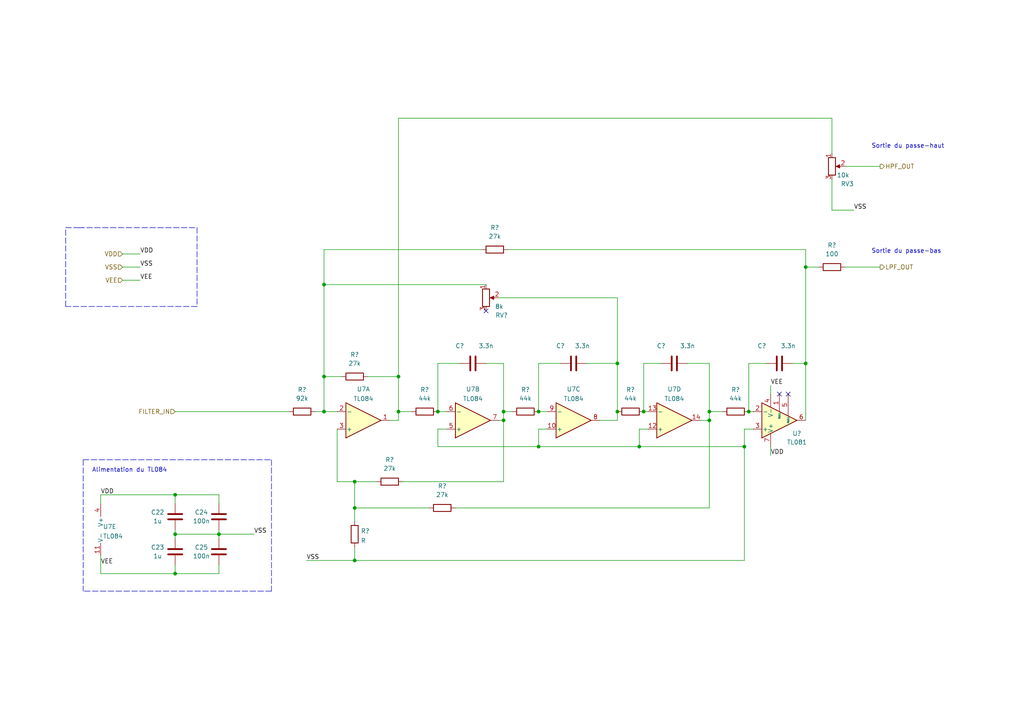
<source format=kicad_sch>
(kicad_sch (version 20211123) (generator eeschema)

  (uuid 9286cf02-1563-41d2-9931-c192c33bab31)

  (paper "A4")

  (title_block
    (title "Embedded Speaker")
    (date "2022-01-24")
    (rev "0.1")
    (company "Université Paul Sabatier")
  )

  (lib_symbols
    (symbol "Amplifier_Operational:TL081" (pin_names (offset 0.127)) (in_bom yes) (on_board yes)
      (property "Reference" "U" (id 0) (at 0 6.35 0)
        (effects (font (size 1.27 1.27)) (justify left))
      )
      (property "Value" "TL081" (id 1) (at 0 3.81 0)
        (effects (font (size 1.27 1.27)) (justify left))
      )
      (property "Footprint" "" (id 2) (at 1.27 1.27 0)
        (effects (font (size 1.27 1.27)) hide)
      )
      (property "Datasheet" "http://www.ti.com/lit/ds/symlink/tl081.pdf" (id 3) (at 3.81 3.81 0)
        (effects (font (size 1.27 1.27)) hide)
      )
      (property "ki_keywords" "single opamp" (id 4) (at 0 0 0)
        (effects (font (size 1.27 1.27)) hide)
      )
      (property "ki_description" "Single JFET-Input Operational Amplifiers, DIP-8/SOIC-8" (id 5) (at 0 0 0)
        (effects (font (size 1.27 1.27)) hide)
      )
      (property "ki_fp_filters" "SOIC*3.9x4.9mm*P1.27mm* DIP*W7.62mm* TSSOP*3x3mm*P0.65mm*" (id 6) (at 0 0 0)
        (effects (font (size 1.27 1.27)) hide)
      )
      (symbol "TL081_0_1"
        (polyline
          (pts
            (xy -5.08 5.08)
            (xy 5.08 0)
            (xy -5.08 -5.08)
            (xy -5.08 5.08)
          )
          (stroke (width 0.254) (type default) (color 0 0 0 0))
          (fill (type background))
        )
      )
      (symbol "TL081_1_1"
        (pin input line (at 0 -7.62 90) (length 5.08)
          (name "NULL" (effects (font (size 0.508 0.508))))
          (number "1" (effects (font (size 1.27 1.27))))
        )
        (pin input line (at -7.62 -2.54 0) (length 2.54)
          (name "-" (effects (font (size 1.27 1.27))))
          (number "2" (effects (font (size 1.27 1.27))))
        )
        (pin input line (at -7.62 2.54 0) (length 2.54)
          (name "+" (effects (font (size 1.27 1.27))))
          (number "3" (effects (font (size 1.27 1.27))))
        )
        (pin power_in line (at -2.54 -7.62 90) (length 3.81)
          (name "V-" (effects (font (size 1.27 1.27))))
          (number "4" (effects (font (size 1.27 1.27))))
        )
        (pin input line (at 2.54 -7.62 90) (length 6.35)
          (name "NULL" (effects (font (size 0.508 0.508))))
          (number "5" (effects (font (size 1.27 1.27))))
        )
        (pin output line (at 7.62 0 180) (length 2.54)
          (name "~" (effects (font (size 1.27 1.27))))
          (number "6" (effects (font (size 1.27 1.27))))
        )
        (pin power_in line (at -2.54 7.62 270) (length 3.81)
          (name "V+" (effects (font (size 1.27 1.27))))
          (number "7" (effects (font (size 1.27 1.27))))
        )
        (pin no_connect line (at 0 2.54 270) (length 2.54) hide
          (name "NC" (effects (font (size 1.27 1.27))))
          (number "8" (effects (font (size 1.27 1.27))))
        )
      )
    )
    (symbol "Amplifier_Operational:TL084" (pin_names (offset 0.127)) (in_bom yes) (on_board yes)
      (property "Reference" "U" (id 0) (at 0 5.08 0)
        (effects (font (size 1.27 1.27)) (justify left))
      )
      (property "Value" "TL084" (id 1) (at 0 -5.08 0)
        (effects (font (size 1.27 1.27)) (justify left))
      )
      (property "Footprint" "" (id 2) (at -1.27 2.54 0)
        (effects (font (size 1.27 1.27)) hide)
      )
      (property "Datasheet" "http://www.ti.com/lit/ds/symlink/tl081.pdf" (id 3) (at 1.27 5.08 0)
        (effects (font (size 1.27 1.27)) hide)
      )
      (property "ki_locked" "" (id 4) (at 0 0 0)
        (effects (font (size 1.27 1.27)))
      )
      (property "ki_keywords" "quad opamp" (id 5) (at 0 0 0)
        (effects (font (size 1.27 1.27)) hide)
      )
      (property "ki_description" "Quad JFET-Input Operational Amplifiers, DIP-14/SOIC-14/SSOP-14" (id 6) (at 0 0 0)
        (effects (font (size 1.27 1.27)) hide)
      )
      (property "ki_fp_filters" "SOIC*3.9x8.7mm*P1.27mm* DIP*W7.62mm* TSSOP*4.4x5mm*P0.65mm* SSOP*5.3x6.2mm*P0.65mm* MSOP*3x3mm*P0.5mm*" (id 7) (at 0 0 0)
        (effects (font (size 1.27 1.27)) hide)
      )
      (symbol "TL084_1_1"
        (polyline
          (pts
            (xy -5.08 5.08)
            (xy 5.08 0)
            (xy -5.08 -5.08)
            (xy -5.08 5.08)
          )
          (stroke (width 0.254) (type default) (color 0 0 0 0))
          (fill (type background))
        )
        (pin output line (at 7.62 0 180) (length 2.54)
          (name "~" (effects (font (size 1.27 1.27))))
          (number "1" (effects (font (size 1.27 1.27))))
        )
        (pin input line (at -7.62 -2.54 0) (length 2.54)
          (name "-" (effects (font (size 1.27 1.27))))
          (number "2" (effects (font (size 1.27 1.27))))
        )
        (pin input line (at -7.62 2.54 0) (length 2.54)
          (name "+" (effects (font (size 1.27 1.27))))
          (number "3" (effects (font (size 1.27 1.27))))
        )
      )
      (symbol "TL084_2_1"
        (polyline
          (pts
            (xy -5.08 5.08)
            (xy 5.08 0)
            (xy -5.08 -5.08)
            (xy -5.08 5.08)
          )
          (stroke (width 0.254) (type default) (color 0 0 0 0))
          (fill (type background))
        )
        (pin input line (at -7.62 2.54 0) (length 2.54)
          (name "+" (effects (font (size 1.27 1.27))))
          (number "5" (effects (font (size 1.27 1.27))))
        )
        (pin input line (at -7.62 -2.54 0) (length 2.54)
          (name "-" (effects (font (size 1.27 1.27))))
          (number "6" (effects (font (size 1.27 1.27))))
        )
        (pin output line (at 7.62 0 180) (length 2.54)
          (name "~" (effects (font (size 1.27 1.27))))
          (number "7" (effects (font (size 1.27 1.27))))
        )
      )
      (symbol "TL084_3_1"
        (polyline
          (pts
            (xy -5.08 5.08)
            (xy 5.08 0)
            (xy -5.08 -5.08)
            (xy -5.08 5.08)
          )
          (stroke (width 0.254) (type default) (color 0 0 0 0))
          (fill (type background))
        )
        (pin input line (at -7.62 2.54 0) (length 2.54)
          (name "+" (effects (font (size 1.27 1.27))))
          (number "10" (effects (font (size 1.27 1.27))))
        )
        (pin output line (at 7.62 0 180) (length 2.54)
          (name "~" (effects (font (size 1.27 1.27))))
          (number "8" (effects (font (size 1.27 1.27))))
        )
        (pin input line (at -7.62 -2.54 0) (length 2.54)
          (name "-" (effects (font (size 1.27 1.27))))
          (number "9" (effects (font (size 1.27 1.27))))
        )
      )
      (symbol "TL084_4_1"
        (polyline
          (pts
            (xy -5.08 5.08)
            (xy 5.08 0)
            (xy -5.08 -5.08)
            (xy -5.08 5.08)
          )
          (stroke (width 0.254) (type default) (color 0 0 0 0))
          (fill (type background))
        )
        (pin input line (at -7.62 2.54 0) (length 2.54)
          (name "+" (effects (font (size 1.27 1.27))))
          (number "12" (effects (font (size 1.27 1.27))))
        )
        (pin input line (at -7.62 -2.54 0) (length 2.54)
          (name "-" (effects (font (size 1.27 1.27))))
          (number "13" (effects (font (size 1.27 1.27))))
        )
        (pin output line (at 7.62 0 180) (length 2.54)
          (name "~" (effects (font (size 1.27 1.27))))
          (number "14" (effects (font (size 1.27 1.27))))
        )
      )
      (symbol "TL084_5_1"
        (pin power_in line (at -2.54 -7.62 90) (length 3.81)
          (name "V-" (effects (font (size 1.27 1.27))))
          (number "11" (effects (font (size 1.27 1.27))))
        )
        (pin power_in line (at -2.54 7.62 270) (length 3.81)
          (name "V+" (effects (font (size 1.27 1.27))))
          (number "4" (effects (font (size 1.27 1.27))))
        )
      )
    )
    (symbol "Device:C" (pin_numbers hide) (pin_names (offset 0.254)) (in_bom yes) (on_board yes)
      (property "Reference" "C" (id 0) (at 0.635 2.54 0)
        (effects (font (size 1.27 1.27)) (justify left))
      )
      (property "Value" "C" (id 1) (at 0.635 -2.54 0)
        (effects (font (size 1.27 1.27)) (justify left))
      )
      (property "Footprint" "" (id 2) (at 0.9652 -3.81 0)
        (effects (font (size 1.27 1.27)) hide)
      )
      (property "Datasheet" "~" (id 3) (at 0 0 0)
        (effects (font (size 1.27 1.27)) hide)
      )
      (property "ki_keywords" "cap capacitor" (id 4) (at 0 0 0)
        (effects (font (size 1.27 1.27)) hide)
      )
      (property "ki_description" "Unpolarized capacitor" (id 5) (at 0 0 0)
        (effects (font (size 1.27 1.27)) hide)
      )
      (property "ki_fp_filters" "C_*" (id 6) (at 0 0 0)
        (effects (font (size 1.27 1.27)) hide)
      )
      (symbol "C_0_1"
        (polyline
          (pts
            (xy -2.032 -0.762)
            (xy 2.032 -0.762)
          )
          (stroke (width 0.508) (type default) (color 0 0 0 0))
          (fill (type none))
        )
        (polyline
          (pts
            (xy -2.032 0.762)
            (xy 2.032 0.762)
          )
          (stroke (width 0.508) (type default) (color 0 0 0 0))
          (fill (type none))
        )
      )
      (symbol "C_1_1"
        (pin passive line (at 0 3.81 270) (length 2.794)
          (name "~" (effects (font (size 1.27 1.27))))
          (number "1" (effects (font (size 1.27 1.27))))
        )
        (pin passive line (at 0 -3.81 90) (length 2.794)
          (name "~" (effects (font (size 1.27 1.27))))
          (number "2" (effects (font (size 1.27 1.27))))
        )
      )
    )
    (symbol "Device:R" (pin_numbers hide) (pin_names (offset 0)) (in_bom yes) (on_board yes)
      (property "Reference" "R" (id 0) (at 2.032 0 90)
        (effects (font (size 1.27 1.27)))
      )
      (property "Value" "R" (id 1) (at 0 0 90)
        (effects (font (size 1.27 1.27)))
      )
      (property "Footprint" "" (id 2) (at -1.778 0 90)
        (effects (font (size 1.27 1.27)) hide)
      )
      (property "Datasheet" "~" (id 3) (at 0 0 0)
        (effects (font (size 1.27 1.27)) hide)
      )
      (property "ki_keywords" "R res resistor" (id 4) (at 0 0 0)
        (effects (font (size 1.27 1.27)) hide)
      )
      (property "ki_description" "Resistor" (id 5) (at 0 0 0)
        (effects (font (size 1.27 1.27)) hide)
      )
      (property "ki_fp_filters" "R_*" (id 6) (at 0 0 0)
        (effects (font (size 1.27 1.27)) hide)
      )
      (symbol "R_0_1"
        (rectangle (start -1.016 -2.54) (end 1.016 2.54)
          (stroke (width 0.254) (type default) (color 0 0 0 0))
          (fill (type none))
        )
      )
      (symbol "R_1_1"
        (pin passive line (at 0 3.81 270) (length 1.27)
          (name "~" (effects (font (size 1.27 1.27))))
          (number "1" (effects (font (size 1.27 1.27))))
        )
        (pin passive line (at 0 -3.81 90) (length 1.27)
          (name "~" (effects (font (size 1.27 1.27))))
          (number "2" (effects (font (size 1.27 1.27))))
        )
      )
    )
    (symbol "Device:R_Potentiometer" (pin_names (offset 1.016) hide) (in_bom yes) (on_board yes)
      (property "Reference" "RV" (id 0) (at -4.445 0 90)
        (effects (font (size 1.27 1.27)))
      )
      (property "Value" "R_Potentiometer" (id 1) (at -2.54 0 90)
        (effects (font (size 1.27 1.27)))
      )
      (property "Footprint" "" (id 2) (at 0 0 0)
        (effects (font (size 1.27 1.27)) hide)
      )
      (property "Datasheet" "~" (id 3) (at 0 0 0)
        (effects (font (size 1.27 1.27)) hide)
      )
      (property "ki_keywords" "resistor variable" (id 4) (at 0 0 0)
        (effects (font (size 1.27 1.27)) hide)
      )
      (property "ki_description" "Potentiometer" (id 5) (at 0 0 0)
        (effects (font (size 1.27 1.27)) hide)
      )
      (property "ki_fp_filters" "Potentiometer*" (id 6) (at 0 0 0)
        (effects (font (size 1.27 1.27)) hide)
      )
      (symbol "R_Potentiometer_0_1"
        (polyline
          (pts
            (xy 2.54 0)
            (xy 1.524 0)
          )
          (stroke (width 0) (type default) (color 0 0 0 0))
          (fill (type none))
        )
        (polyline
          (pts
            (xy 1.143 0)
            (xy 2.286 0.508)
            (xy 2.286 -0.508)
            (xy 1.143 0)
          )
          (stroke (width 0) (type default) (color 0 0 0 0))
          (fill (type outline))
        )
        (rectangle (start 1.016 2.54) (end -1.016 -2.54)
          (stroke (width 0.254) (type default) (color 0 0 0 0))
          (fill (type none))
        )
      )
      (symbol "R_Potentiometer_1_1"
        (pin passive line (at 0 3.81 270) (length 1.27)
          (name "1" (effects (font (size 1.27 1.27))))
          (number "1" (effects (font (size 1.27 1.27))))
        )
        (pin passive line (at 3.81 0 180) (length 1.27)
          (name "2" (effects (font (size 1.27 1.27))))
          (number "2" (effects (font (size 1.27 1.27))))
        )
        (pin passive line (at 0 -3.81 90) (length 1.27)
          (name "3" (effects (font (size 1.27 1.27))))
          (number "3" (effects (font (size 1.27 1.27))))
        )
      )
    )
  )

  (junction (at 217.17 119.38) (diameter 0) (color 0 0 0 0)
    (uuid 0203ba05-c505-4bfd-8ec1-3c6c9a11b8aa)
  )
  (junction (at 156.21 129.54) (diameter 0) (color 0 0 0 0)
    (uuid 03aa2bcc-1ae9-4c96-b029-3b6dbbb72a86)
  )
  (junction (at 102.87 139.7) (diameter 0) (color 0 0 0 0)
    (uuid 064b949f-5c0e-4654-af0f-62df5bdf0e1d)
  )
  (junction (at 93.98 82.55) (diameter 0) (color 0 0 0 0)
    (uuid 0be6136f-8097-4e11-bfa6-f1a370a5cb54)
  )
  (junction (at 50.8 154.94) (diameter 0) (color 0 0 0 0)
    (uuid 169dcf74-85d5-4e6c-a3bc-90f2945bb794)
  )
  (junction (at 50.8 143.51) (diameter 0) (color 0 0 0 0)
    (uuid 2ed8c1f3-b5f1-4127-9cd7-d0fd5cace11f)
  )
  (junction (at 93.98 109.22) (diameter 0) (color 0 0 0 0)
    (uuid 323acd1c-e6cd-4b12-921a-9792a4688b8a)
  )
  (junction (at 205.74 119.38) (diameter 0) (color 0 0 0 0)
    (uuid 55382ec3-2718-4359-897b-ddcc59fb0dfa)
  )
  (junction (at 185.42 129.54) (diameter 0) (color 0 0 0 0)
    (uuid 58f6182d-571e-4f19-b4c3-46c5f334d99c)
  )
  (junction (at 186.69 119.38) (diameter 0) (color 0 0 0 0)
    (uuid 61048aa9-65c3-4c5f-bb02-b440e26fe241)
  )
  (junction (at 179.07 105.41) (diameter 0) (color 0 0 0 0)
    (uuid 63e70932-9c66-448a-9f5e-082efda85081)
  )
  (junction (at 115.57 119.38) (diameter 0) (color 0 0 0 0)
    (uuid 641f328f-77ff-4273-9d58-1b3c27438c51)
  )
  (junction (at 205.74 121.92) (diameter 0) (color 0 0 0 0)
    (uuid 64bf93d6-8531-4839-a3c7-5d57bdbb1bc8)
  )
  (junction (at 156.21 119.38) (diameter 0) (color 0 0 0 0)
    (uuid 64fea2eb-811f-4bd4-8954-9713aa519d19)
  )
  (junction (at 93.98 119.38) (diameter 0) (color 0 0 0 0)
    (uuid 71aa2d25-bf64-412b-81bc-337beb41af3f)
  )
  (junction (at 63.5 154.94) (diameter 0) (color 0 0 0 0)
    (uuid 7c873235-6cce-46e9-9343-7b2a4c3734fe)
  )
  (junction (at 102.87 147.32) (diameter 0) (color 0 0 0 0)
    (uuid 7f41afcc-4b2f-4fa3-9b1f-967170ea7d2b)
  )
  (junction (at 146.05 121.92) (diameter 0) (color 0 0 0 0)
    (uuid abb86b96-9587-45a0-b3a5-416f333ddbc9)
  )
  (junction (at 146.05 119.38) (diameter 0) (color 0 0 0 0)
    (uuid af9d19f1-552f-4207-abaf-cc5838df8ddb)
  )
  (junction (at 233.68 105.41) (diameter 0) (color 0 0 0 0)
    (uuid b2f6a2f2-e9e0-4a75-8550-7b1f374e73f7)
  )
  (junction (at 127 119.38) (diameter 0) (color 0 0 0 0)
    (uuid cdffc01f-3e31-4842-bcf1-853b13633f70)
  )
  (junction (at 50.8 166.37) (diameter 0) (color 0 0 0 0)
    (uuid e01b8de2-525c-4921-82d3-9745fc11ffd4)
  )
  (junction (at 115.57 109.22) (diameter 0) (color 0 0 0 0)
    (uuid e24d5b1b-9967-4dea-88ef-bfd8d8e162df)
  )
  (junction (at 179.07 119.38) (diameter 0) (color 0 0 0 0)
    (uuid ed6d254b-55fd-4db4-aaa2-82843bd89656)
  )
  (junction (at 102.87 162.56) (diameter 0) (color 0 0 0 0)
    (uuid f09c56a6-c92d-493d-8efd-02a31573d05d)
  )
  (junction (at 215.9 129.54) (diameter 0) (color 0 0 0 0)
    (uuid f2e6d50c-c912-49cf-bb6d-a28925b41f57)
  )
  (junction (at 233.68 77.47) (diameter 0) (color 0 0 0 0)
    (uuid f7a8c478-f3b9-4509-ac6f-2318c4609c22)
  )

  (no_connect (at 140.97 90.17) (uuid 860f245f-211c-4e13-9bbc-ca4b223eb73e))
  (no_connect (at 226.06 114.3) (uuid 860f245f-211c-4e13-9bbc-ca4b223eb73f))
  (no_connect (at 228.6 114.3) (uuid 860f245f-211c-4e13-9bbc-ca4b223eb740))

  (wire (pts (xy 144.78 86.36) (xy 179.07 86.36))
    (stroke (width 0) (type default) (color 0 0 0 0))
    (uuid 04764f72-53e5-454c-9d88-97fdbc357c55)
  )
  (polyline (pts (xy 24.13 133.35) (xy 24.13 171.45))
    (stroke (width 0) (type default) (color 0 0 0 0))
    (uuid 097fe740-3fae-46f7-a3fc-94d0e79ef93c)
  )

  (wire (pts (xy 63.5 143.51) (xy 63.5 146.05))
    (stroke (width 0) (type default) (color 0 0 0 0))
    (uuid 0a1b65b0-9409-4a1f-a474-14412fa4d9ea)
  )
  (wire (pts (xy 93.98 109.22) (xy 93.98 119.38))
    (stroke (width 0) (type default) (color 0 0 0 0))
    (uuid 15089543-6ac6-49b0-b976-f4e70395fcf0)
  )
  (wire (pts (xy 63.5 154.94) (xy 73.66 154.94))
    (stroke (width 0) (type default) (color 0 0 0 0))
    (uuid 15b333df-badf-4c68-8ec6-79650a34feab)
  )
  (wire (pts (xy 50.8 119.38) (xy 83.82 119.38))
    (stroke (width 0) (type default) (color 0 0 0 0))
    (uuid 1e3acd57-7664-4464-b359-0217e8a99a65)
  )
  (wire (pts (xy 179.07 86.36) (xy 179.07 105.41))
    (stroke (width 0) (type default) (color 0 0 0 0))
    (uuid 200dbe50-9aac-4bfb-a3f5-9ca7a4f020df)
  )
  (wire (pts (xy 229.87 105.41) (xy 233.68 105.41))
    (stroke (width 0) (type default) (color 0 0 0 0))
    (uuid 20a4a7cc-2aac-471f-8712-1e2566fc4ab0)
  )
  (wire (pts (xy 127 105.41) (xy 127 119.38))
    (stroke (width 0) (type default) (color 0 0 0 0))
    (uuid 22294dc6-12c6-45f3-9660-377e0dca3249)
  )
  (polyline (pts (xy 57.15 66.04) (xy 57.15 88.9))
    (stroke (width 0) (type default) (color 0 0 0 0))
    (uuid 290553cd-cbe1-4328-b005-ea28ff001af3)
  )

  (wire (pts (xy 97.79 124.46) (xy 97.79 139.7))
    (stroke (width 0) (type default) (color 0 0 0 0))
    (uuid 2920902b-e3b2-4833-837d-87f2315a9865)
  )
  (polyline (pts (xy 19.05 88.9) (xy 19.05 66.04))
    (stroke (width 0) (type default) (color 0 0 0 0))
    (uuid 2a142531-bd13-4321-a287-1d7ffeb4b3c1)
  )

  (wire (pts (xy 146.05 105.41) (xy 146.05 119.38))
    (stroke (width 0) (type default) (color 0 0 0 0))
    (uuid 2cc70fac-c5be-46d8-9d8e-bac3e845c8d1)
  )
  (wire (pts (xy 156.21 129.54) (xy 185.42 129.54))
    (stroke (width 0) (type default) (color 0 0 0 0))
    (uuid 2e9dbd9e-bbcb-4629-98bb-593acf089c1f)
  )
  (wire (pts (xy 233.68 77.47) (xy 237.49 77.47))
    (stroke (width 0) (type default) (color 0 0 0 0))
    (uuid 32bb6d6f-6acf-4028-92dc-da48b27b2ac8)
  )
  (wire (pts (xy 186.69 105.41) (xy 186.69 119.38))
    (stroke (width 0) (type default) (color 0 0 0 0))
    (uuid 38bbdd36-fa2b-4e6a-884b-ec75011351bd)
  )
  (wire (pts (xy 133.35 105.41) (xy 127 105.41))
    (stroke (width 0) (type default) (color 0 0 0 0))
    (uuid 3981e74a-4b44-4aad-9adb-db171bcc7f4f)
  )
  (wire (pts (xy 205.74 119.38) (xy 205.74 121.92))
    (stroke (width 0) (type default) (color 0 0 0 0))
    (uuid 3d68cc38-80e5-46fb-8884-c7cf24c5d998)
  )
  (wire (pts (xy 115.57 119.38) (xy 115.57 121.92))
    (stroke (width 0) (type default) (color 0 0 0 0))
    (uuid 3e690014-6260-403c-ae43-9c6d628e2ace)
  )
  (wire (pts (xy 203.2 121.92) (xy 205.74 121.92))
    (stroke (width 0) (type default) (color 0 0 0 0))
    (uuid 3ebe6020-2ce8-4de8-94bb-e9dd9208b7e7)
  )
  (wire (pts (xy 102.87 147.32) (xy 124.46 147.32))
    (stroke (width 0) (type default) (color 0 0 0 0))
    (uuid 3f413b7f-4457-4847-a39e-7a2c0bfe77f2)
  )
  (wire (pts (xy 146.05 119.38) (xy 148.59 119.38))
    (stroke (width 0) (type default) (color 0 0 0 0))
    (uuid 40785a67-b741-47c1-853e-7bf3d186e631)
  )
  (wire (pts (xy 233.68 77.47) (xy 233.68 105.41))
    (stroke (width 0) (type default) (color 0 0 0 0))
    (uuid 41c43872-9e0a-42fb-9de8-8c1dc07f100a)
  )
  (wire (pts (xy 50.8 163.83) (xy 50.8 166.37))
    (stroke (width 0) (type default) (color 0 0 0 0))
    (uuid 467a881f-8d33-4e9a-86e4-41bfc6a3952a)
  )
  (wire (pts (xy 199.39 105.41) (xy 205.74 105.41))
    (stroke (width 0) (type default) (color 0 0 0 0))
    (uuid 46c83a31-0c55-4924-a1ad-6dc60c05beee)
  )
  (wire (pts (xy 102.87 151.13) (xy 102.87 147.32))
    (stroke (width 0) (type default) (color 0 0 0 0))
    (uuid 4941837f-e4b9-42aa-8219-65b76ada2d8d)
  )
  (wire (pts (xy 215.9 129.54) (xy 215.9 162.56))
    (stroke (width 0) (type default) (color 0 0 0 0))
    (uuid 4bd49142-6345-4495-9987-808fdbb7bb3e)
  )
  (polyline (pts (xy 19.05 66.04) (xy 24.13 66.04))
    (stroke (width 0) (type default) (color 0 0 0 0))
    (uuid 4c824501-485f-41f8-a148-42678881037a)
  )

  (wire (pts (xy 93.98 119.38) (xy 97.79 119.38))
    (stroke (width 0) (type default) (color 0 0 0 0))
    (uuid 4f199f58-cf83-439a-ade8-a832f4a5ab9e)
  )
  (wire (pts (xy 132.08 147.32) (xy 205.74 147.32))
    (stroke (width 0) (type default) (color 0 0 0 0))
    (uuid 4f6f5c88-f168-42b4-b67e-0176f81754e8)
  )
  (wire (pts (xy 50.8 154.94) (xy 50.8 156.21))
    (stroke (width 0) (type default) (color 0 0 0 0))
    (uuid 4fcca8a3-01cb-40b5-8a7b-4b10702f216e)
  )
  (wire (pts (xy 144.78 121.92) (xy 146.05 121.92))
    (stroke (width 0) (type default) (color 0 0 0 0))
    (uuid 54772924-963c-4c6b-bacd-05461493e981)
  )
  (wire (pts (xy 241.3 34.29) (xy 241.3 44.45))
    (stroke (width 0) (type default) (color 0 0 0 0))
    (uuid 5511fb90-0938-4a08-baf4-657e603b780f)
  )
  (wire (pts (xy 170.18 105.41) (xy 179.07 105.41))
    (stroke (width 0) (type default) (color 0 0 0 0))
    (uuid 55dcf39c-cefe-4e77-b74f-863fcbc863b7)
  )
  (wire (pts (xy 179.07 119.38) (xy 179.07 121.92))
    (stroke (width 0) (type default) (color 0 0 0 0))
    (uuid 5aa256bf-d096-476b-a842-238ce31c190a)
  )
  (wire (pts (xy 29.21 166.37) (xy 50.8 166.37))
    (stroke (width 0) (type default) (color 0 0 0 0))
    (uuid 5acdc7d8-6aff-4bf1-916c-dacf2a146287)
  )
  (wire (pts (xy 179.07 105.41) (xy 179.07 119.38))
    (stroke (width 0) (type default) (color 0 0 0 0))
    (uuid 5b22606f-4239-4f06-9e09-dc64fb0acd2c)
  )
  (wire (pts (xy 241.3 52.07) (xy 241.3 60.96))
    (stroke (width 0) (type default) (color 0 0 0 0))
    (uuid 6953cc6f-062c-43f9-81c1-45b389b573fd)
  )
  (wire (pts (xy 63.5 166.37) (xy 50.8 166.37))
    (stroke (width 0) (type default) (color 0 0 0 0))
    (uuid 6a263fd1-6e14-4411-88b4-d798db17f314)
  )
  (wire (pts (xy 215.9 124.46) (xy 215.9 129.54))
    (stroke (width 0) (type default) (color 0 0 0 0))
    (uuid 6d843901-2b93-4754-b4f4-c4240f60e3a9)
  )
  (wire (pts (xy 102.87 139.7) (xy 109.22 139.7))
    (stroke (width 0) (type default) (color 0 0 0 0))
    (uuid 6e9c376d-6b11-4004-92ad-1f18843f27c3)
  )
  (wire (pts (xy 50.8 153.67) (xy 50.8 154.94))
    (stroke (width 0) (type default) (color 0 0 0 0))
    (uuid 74f148cf-7c10-46e8-a584-cbcd4744159d)
  )
  (wire (pts (xy 35.56 73.66) (xy 40.64 73.66))
    (stroke (width 0) (type default) (color 0 0 0 0))
    (uuid 77f5d2a1-2e9e-4732-81e1-801ab13cabce)
  )
  (wire (pts (xy 156.21 105.41) (xy 156.21 119.38))
    (stroke (width 0) (type default) (color 0 0 0 0))
    (uuid 7beecf44-a057-49b7-ba62-a2a48933ea74)
  )
  (polyline (pts (xy 57.15 88.9) (xy 19.05 88.9))
    (stroke (width 0) (type default) (color 0 0 0 0))
    (uuid 7c373b85-75cb-4ec0-a179-2e9626889625)
  )

  (wire (pts (xy 115.57 119.38) (xy 119.38 119.38))
    (stroke (width 0) (type default) (color 0 0 0 0))
    (uuid 7cfeed7a-0331-41f5-b2bd-5bcf9c022a65)
  )
  (wire (pts (xy 185.42 124.46) (xy 185.42 129.54))
    (stroke (width 0) (type default) (color 0 0 0 0))
    (uuid 7e81c8aa-9431-4f42-9e9f-599b4c2c408b)
  )
  (wire (pts (xy 113.03 121.92) (xy 115.57 121.92))
    (stroke (width 0) (type default) (color 0 0 0 0))
    (uuid 7fc9a529-3f88-49e9-b0e6-e4d2ef7ceeca)
  )
  (wire (pts (xy 146.05 139.7) (xy 146.05 121.92))
    (stroke (width 0) (type default) (color 0 0 0 0))
    (uuid 83263c27-1872-479e-9b04-1c764cbd3c4e)
  )
  (wire (pts (xy 139.7 72.39) (xy 93.98 72.39))
    (stroke (width 0) (type default) (color 0 0 0 0))
    (uuid 842b7cfb-bf91-4cda-8f98-ef047e316e1d)
  )
  (wire (pts (xy 217.17 119.38) (xy 218.44 119.38))
    (stroke (width 0) (type default) (color 0 0 0 0))
    (uuid 85241ac1-9d85-4025-b25d-d4cd38a8bc99)
  )
  (wire (pts (xy 222.25 105.41) (xy 217.17 105.41))
    (stroke (width 0) (type default) (color 0 0 0 0))
    (uuid 873c74bd-31ba-4f7d-bd27-ec864084dc41)
  )
  (wire (pts (xy 97.79 139.7) (xy 102.87 139.7))
    (stroke (width 0) (type default) (color 0 0 0 0))
    (uuid 87531433-74c8-42b0-b31a-543780b12902)
  )
  (wire (pts (xy 29.21 161.29) (xy 29.21 166.37))
    (stroke (width 0) (type default) (color 0 0 0 0))
    (uuid 8c4477df-be06-4575-b1c2-ab780ed35c77)
  )
  (wire (pts (xy 217.17 105.41) (xy 217.17 119.38))
    (stroke (width 0) (type default) (color 0 0 0 0))
    (uuid 8d5d7aeb-28a8-4c3b-94b1-e1bcae311da7)
  )
  (wire (pts (xy 63.5 163.83) (xy 63.5 166.37))
    (stroke (width 0) (type default) (color 0 0 0 0))
    (uuid 8e845e87-1d61-49a1-b8b7-0daf419a168c)
  )
  (wire (pts (xy 63.5 153.67) (xy 63.5 154.94))
    (stroke (width 0) (type default) (color 0 0 0 0))
    (uuid 8e973d2c-fc65-4005-9182-d0db88dd584b)
  )
  (wire (pts (xy 140.97 105.41) (xy 146.05 105.41))
    (stroke (width 0) (type default) (color 0 0 0 0))
    (uuid 9145ab47-90ea-43cb-a870-abde3456dbff)
  )
  (wire (pts (xy 50.8 143.51) (xy 63.5 143.51))
    (stroke (width 0) (type default) (color 0 0 0 0))
    (uuid 92a2bba9-8fbe-4bf3-ba83-03c2435505bd)
  )
  (wire (pts (xy 115.57 109.22) (xy 115.57 119.38))
    (stroke (width 0) (type default) (color 0 0 0 0))
    (uuid 984eacb6-8323-4ded-b67b-fb5e78dc9b4f)
  )
  (wire (pts (xy 147.32 72.39) (xy 233.68 72.39))
    (stroke (width 0) (type default) (color 0 0 0 0))
    (uuid 9c96be25-03e2-4642-be73-56968c5d4986)
  )
  (wire (pts (xy 233.68 105.41) (xy 233.68 121.92))
    (stroke (width 0) (type default) (color 0 0 0 0))
    (uuid 9d6c26a5-97a0-4fe2-82e5-baea4d410cbe)
  )
  (wire (pts (xy 185.42 129.54) (xy 215.9 129.54))
    (stroke (width 0) (type default) (color 0 0 0 0))
    (uuid 9f546bd9-e85b-4acc-83d6-d78228664e3c)
  )
  (wire (pts (xy 29.21 143.51) (xy 29.21 146.05))
    (stroke (width 0) (type default) (color 0 0 0 0))
    (uuid 9fac8000-58fd-45b5-b5ba-faffaef20c6a)
  )
  (wire (pts (xy 127 124.46) (xy 127 129.54))
    (stroke (width 0) (type default) (color 0 0 0 0))
    (uuid a026f0a0-5e8b-4635-a7bd-40140c0196fa)
  )
  (wire (pts (xy 93.98 72.39) (xy 93.98 82.55))
    (stroke (width 0) (type default) (color 0 0 0 0))
    (uuid a0874214-bed0-42f0-b884-f690dcf6b09d)
  )
  (wire (pts (xy 186.69 119.38) (xy 187.96 119.38))
    (stroke (width 0) (type default) (color 0 0 0 0))
    (uuid a75140eb-6b11-4197-81a1-c26f384e2085)
  )
  (wire (pts (xy 127 129.54) (xy 156.21 129.54))
    (stroke (width 0) (type default) (color 0 0 0 0))
    (uuid a7e81ff3-23fa-405c-958d-0ef5a25cc67a)
  )
  (wire (pts (xy 88.9 162.56) (xy 102.87 162.56))
    (stroke (width 0) (type default) (color 0 0 0 0))
    (uuid ab015a53-60c8-4483-96aa-ca7216711726)
  )
  (polyline (pts (xy 78.74 171.45) (xy 24.13 171.45))
    (stroke (width 0) (type default) (color 0 0 0 0))
    (uuid ab583925-d0cc-466b-821b-adff0fdd6f1a)
  )

  (wire (pts (xy 50.8 154.94) (xy 63.5 154.94))
    (stroke (width 0) (type default) (color 0 0 0 0))
    (uuid ab70d8df-e90a-41ac-b578-f8a8b5a2eee2)
  )
  (wire (pts (xy 63.5 154.94) (xy 63.5 156.21))
    (stroke (width 0) (type default) (color 0 0 0 0))
    (uuid ab949492-dd52-4851-9f8b-af49d8fb82b2)
  )
  (wire (pts (xy 106.68 109.22) (xy 115.57 109.22))
    (stroke (width 0) (type default) (color 0 0 0 0))
    (uuid b189f980-2467-4de3-b9eb-07f9e8037e23)
  )
  (wire (pts (xy 173.99 121.92) (xy 179.07 121.92))
    (stroke (width 0) (type default) (color 0 0 0 0))
    (uuid b2247467-fca5-45ec-80a6-694e267e5ecf)
  )
  (wire (pts (xy 233.68 72.39) (xy 233.68 77.47))
    (stroke (width 0) (type default) (color 0 0 0 0))
    (uuid b42a4026-06cc-49ce-88c3-d92da174dde0)
  )
  (wire (pts (xy 205.74 105.41) (xy 205.74 119.38))
    (stroke (width 0) (type default) (color 0 0 0 0))
    (uuid ba6ddcc1-2647-425e-ab4b-d4ffcf66f14b)
  )
  (wire (pts (xy 187.96 124.46) (xy 185.42 124.46))
    (stroke (width 0) (type default) (color 0 0 0 0))
    (uuid bb22a942-6876-453b-b1d0-d6ba15aa92ae)
  )
  (wire (pts (xy 102.87 147.32) (xy 102.87 139.7))
    (stroke (width 0) (type default) (color 0 0 0 0))
    (uuid bce9a23c-92f3-469b-938e-48f89655ab24)
  )
  (wire (pts (xy 205.74 147.32) (xy 205.74 121.92))
    (stroke (width 0) (type default) (color 0 0 0 0))
    (uuid bd95a309-870c-4809-9b24-f017aa747b39)
  )
  (wire (pts (xy 115.57 34.29) (xy 241.3 34.29))
    (stroke (width 0) (type default) (color 0 0 0 0))
    (uuid bec54006-b91a-409c-a6c4-7c266ba0a0b6)
  )
  (polyline (pts (xy 22.86 66.04) (xy 57.15 66.04))
    (stroke (width 0) (type default) (color 0 0 0 0))
    (uuid c191290f-bc84-4050-bce7-751cebfaa34b)
  )

  (wire (pts (xy 115.57 34.29) (xy 115.57 109.22))
    (stroke (width 0) (type default) (color 0 0 0 0))
    (uuid c45f371f-723d-45f4-8770-64fadebc1571)
  )
  (wire (pts (xy 158.75 124.46) (xy 156.21 124.46))
    (stroke (width 0) (type default) (color 0 0 0 0))
    (uuid c9fbe722-6c7a-45c2-a431-1abddccee7bb)
  )
  (wire (pts (xy 223.52 129.54) (xy 223.52 132.08))
    (stroke (width 0) (type default) (color 0 0 0 0))
    (uuid ce6447c1-5f52-4438-b423-0198429775a0)
  )
  (wire (pts (xy 127 119.38) (xy 129.54 119.38))
    (stroke (width 0) (type default) (color 0 0 0 0))
    (uuid cf0b71aa-7bc1-45c4-89b8-7c7b0ad4fa56)
  )
  (wire (pts (xy 218.44 124.46) (xy 215.9 124.46))
    (stroke (width 0) (type default) (color 0 0 0 0))
    (uuid cf6cc439-1349-4373-937e-e16b36ca8f7d)
  )
  (wire (pts (xy 102.87 158.75) (xy 102.87 162.56))
    (stroke (width 0) (type default) (color 0 0 0 0))
    (uuid d3729b86-a825-4b08-9d00-105a6db624b2)
  )
  (polyline (pts (xy 24.13 133.35) (xy 78.74 133.35))
    (stroke (width 0) (type default) (color 0 0 0 0))
    (uuid d5265148-393b-4dcf-8f5c-ffe5d65aac7b)
  )

  (wire (pts (xy 93.98 82.55) (xy 93.98 109.22))
    (stroke (width 0) (type default) (color 0 0 0 0))
    (uuid d5e9feea-539f-4871-8643-91e10de55158)
  )
  (wire (pts (xy 223.52 111.76) (xy 223.52 114.3))
    (stroke (width 0) (type default) (color 0 0 0 0))
    (uuid d780fa37-8058-4389-a8ae-44f7a7ecdc36)
  )
  (wire (pts (xy 156.21 124.46) (xy 156.21 129.54))
    (stroke (width 0) (type default) (color 0 0 0 0))
    (uuid da825d8c-5781-4f0a-8921-176aebc3f4a6)
  )
  (wire (pts (xy 102.87 162.56) (xy 215.9 162.56))
    (stroke (width 0) (type default) (color 0 0 0 0))
    (uuid dc60e94c-aadb-47cc-a8fe-dc8ff23681f7)
  )
  (wire (pts (xy 35.56 81.28) (xy 40.64 81.28))
    (stroke (width 0) (type default) (color 0 0 0 0))
    (uuid e58a7eb3-037c-4a74-aecd-96a5df6a265b)
  )
  (wire (pts (xy 91.44 119.38) (xy 93.98 119.38))
    (stroke (width 0) (type default) (color 0 0 0 0))
    (uuid e7584d11-6345-4a6a-8ad6-b52c01a92439)
  )
  (wire (pts (xy 205.74 119.38) (xy 209.55 119.38))
    (stroke (width 0) (type default) (color 0 0 0 0))
    (uuid e8175bd1-d851-48c1-8b9c-a6688da2af88)
  )
  (wire (pts (xy 241.3 60.96) (xy 247.65 60.96))
    (stroke (width 0) (type default) (color 0 0 0 0))
    (uuid ea56922c-89f9-4536-adfe-7c614a88691d)
  )
  (wire (pts (xy 116.84 139.7) (xy 146.05 139.7))
    (stroke (width 0) (type default) (color 0 0 0 0))
    (uuid eb915c6a-9d81-456d-8076-e498e7a191a2)
  )
  (wire (pts (xy 162.56 105.41) (xy 156.21 105.41))
    (stroke (width 0) (type default) (color 0 0 0 0))
    (uuid ecf8ff76-6c01-433f-af39-9722e6a54502)
  )
  (wire (pts (xy 50.8 143.51) (xy 50.8 146.05))
    (stroke (width 0) (type default) (color 0 0 0 0))
    (uuid efd41940-26ca-451b-878d-61ce162b70bf)
  )
  (wire (pts (xy 146.05 119.38) (xy 146.05 121.92))
    (stroke (width 0) (type default) (color 0 0 0 0))
    (uuid f01b97a8-8fe6-4955-8370-e33ce8347ba1)
  )
  (polyline (pts (xy 78.74 133.35) (xy 78.74 171.45))
    (stroke (width 0) (type default) (color 0 0 0 0))
    (uuid f184667d-4518-4ad8-a9b2-1ad2889e09ff)
  )

  (wire (pts (xy 156.21 119.38) (xy 158.75 119.38))
    (stroke (width 0) (type default) (color 0 0 0 0))
    (uuid f298ee36-b32a-4f3a-82ae-0cb70a87a04f)
  )
  (wire (pts (xy 191.77 105.41) (xy 186.69 105.41))
    (stroke (width 0) (type default) (color 0 0 0 0))
    (uuid f3796d70-f191-4c36-b236-c2aa9cf6795f)
  )
  (wire (pts (xy 35.56 77.47) (xy 40.64 77.47))
    (stroke (width 0) (type default) (color 0 0 0 0))
    (uuid f50220af-d411-4113-93b1-efdc4cb6abe0)
  )
  (wire (pts (xy 245.11 48.26) (xy 255.27 48.26))
    (stroke (width 0) (type default) (color 0 0 0 0))
    (uuid f689254a-829f-4aef-980a-61af2492af0d)
  )
  (wire (pts (xy 93.98 109.22) (xy 99.06 109.22))
    (stroke (width 0) (type default) (color 0 0 0 0))
    (uuid f9231485-1071-40d1-b081-d8e8d4f9d077)
  )
  (wire (pts (xy 93.98 82.55) (xy 140.97 82.55))
    (stroke (width 0) (type default) (color 0 0 0 0))
    (uuid f9f0ac59-af77-4957-bbc0-5129a16af7c6)
  )
  (wire (pts (xy 29.21 143.51) (xy 50.8 143.51))
    (stroke (width 0) (type default) (color 0 0 0 0))
    (uuid fb5e7325-9742-4c45-9236-8be204514af2)
  )
  (wire (pts (xy 245.11 77.47) (xy 255.27 77.47))
    (stroke (width 0) (type default) (color 0 0 0 0))
    (uuid fd16f55b-56dd-44cc-a445-7ffcfc03610b)
  )
  (wire (pts (xy 129.54 124.46) (xy 127 124.46))
    (stroke (width 0) (type default) (color 0 0 0 0))
    (uuid fd5b5c84-fe1b-44de-a943-d8035d6d9b4f)
  )

  (text "Sortie du passe-haut" (at 252.73 43.18 0)
    (effects (font (size 1.27 1.27)) (justify left bottom))
    (uuid 73843872-5cdb-4bdf-82f9-7b94ee417ffd)
  )
  (text "Alimentation du TL084" (at 26.67 137.16 0)
    (effects (font (size 1.27 1.27)) (justify left bottom))
    (uuid 81fa1962-5a9a-4fde-ace2-6baf3eab52c6)
  )
  (text "Sortie du passe-bas" (at 252.73 73.66 0)
    (effects (font (size 1.27 1.27)) (justify left bottom))
    (uuid bce0ebc9-0902-4f36-9489-5871dc68a712)
  )

  (label "VSS" (at 88.9 162.56 0)
    (effects (font (size 1.27 1.27)) (justify left bottom))
    (uuid 03ee0734-a550-4841-8f81-1a52f708f819)
  )
  (label "VSS" (at 40.64 77.47 0)
    (effects (font (size 1.27 1.27)) (justify left bottom))
    (uuid 132b436e-2fb5-4df8-88c2-5b814fac6f3a)
  )
  (label "VDD" (at 223.52 132.08 0)
    (effects (font (size 1.27 1.27)) (justify left bottom))
    (uuid 44c9b51a-01bb-4ccf-a059-a9bb0d89558a)
  )
  (label "VSS" (at 247.65 60.96 0)
    (effects (font (size 1.27 1.27)) (justify left bottom))
    (uuid 692d2466-bc2e-412f-8614-671cf9d141a1)
  )
  (label "VEE" (at 40.64 81.28 0)
    (effects (font (size 1.27 1.27)) (justify left bottom))
    (uuid 7e4b96cb-088d-4ea8-a9ce-5c193974bcdf)
  )
  (label "VDD" (at 40.64 73.66 0)
    (effects (font (size 1.27 1.27)) (justify left bottom))
    (uuid 85d9164f-39c8-435b-a527-72278c1514fb)
  )
  (label "VDD" (at 29.21 143.51 0)
    (effects (font (size 1.27 1.27)) (justify left bottom))
    (uuid 9b39bc23-8689-44f8-84b5-aef8378d7fdb)
  )
  (label "VSS" (at 73.66 154.94 0)
    (effects (font (size 1.27 1.27)) (justify left bottom))
    (uuid 9f5b50f1-ec7e-46f5-8a37-845065dfd15a)
  )
  (label "VEE" (at 223.52 111.76 0)
    (effects (font (size 1.27 1.27)) (justify left bottom))
    (uuid d00a38bc-23e8-4fbd-b80b-bbfdb4782fff)
  )
  (label "VEE" (at 29.21 163.83 0)
    (effects (font (size 1.27 1.27)) (justify left bottom))
    (uuid dbfb3142-94c6-4ac0-8837-6263f7f9d797)
  )

  (hierarchical_label "LPF_OUT" (shape output) (at 255.27 77.47 0)
    (effects (font (size 1.27 1.27)) (justify left))
    (uuid 2f0028e1-7a14-4483-a517-a882aba06537)
  )
  (hierarchical_label "FILTER_IN" (shape input) (at 50.8 119.38 180)
    (effects (font (size 1.27 1.27)) (justify right))
    (uuid 62507e6e-d57c-4047-97f8-0fa5551ce238)
  )
  (hierarchical_label "VDD" (shape input) (at 35.56 73.66 180)
    (effects (font (size 1.27 1.27)) (justify right))
    (uuid 73161a6b-3ff5-4e4a-abba-4a6a7298a21e)
  )
  (hierarchical_label "VEE" (shape input) (at 35.56 81.28 180)
    (effects (font (size 1.27 1.27)) (justify right))
    (uuid d7764635-58fb-46ec-b859-3262d065eb36)
  )
  (hierarchical_label "VSS" (shape input) (at 35.56 77.47 180)
    (effects (font (size 1.27 1.27)) (justify right))
    (uuid e366dd04-d25f-484b-b47f-69e90ba3182b)
  )
  (hierarchical_label "HPF_OUT" (shape output) (at 255.27 48.26 0)
    (effects (font (size 1.27 1.27)) (justify left))
    (uuid f41957b5-f549-4da3-891d-f1e70abe72bb)
  )

  (symbol (lib_id "Device:R") (at 182.88 119.38 90) (unit 1)
    (in_bom yes) (on_board yes) (fields_autoplaced)
    (uuid 008a590c-a485-4884-9974-ba5a4616cbf5)
    (property "Reference" "R25" (id 0) (at 182.88 113.03 90))
    (property "Value" "44k" (id 1) (at 182.88 115.57 90))
    (property "Footprint" "Resistor_SMD:R_0603_1608Metric_Pad0.98x0.95mm_HandSolder" (id 2) (at 182.88 121.158 90)
      (effects (font (size 1.27 1.27)) hide)
    )
    (property "Datasheet" "~" (id 3) (at 182.88 119.38 0)
      (effects (font (size 1.27 1.27)) hide)
    )
    (pin "1" (uuid b3070676-e9d8-4dcd-9bf0-d10afce044ce))
    (pin "2" (uuid d3de8391-d804-49e7-ab17-2c2e0feb809e))
  )

  (symbol (lib_id "Amplifier_Operational:TL084") (at 31.75 153.67 0) (unit 5)
    (in_bom yes) (on_board yes) (fields_autoplaced)
    (uuid 06f5cbe0-dbf1-4f4e-bbad-08f31da5ddbb)
    (property "Reference" "U7" (id 0) (at 29.845 152.7615 0)
      (effects (font (size 1.27 1.27)) (justify left))
    )
    (property "Value" "TL084" (id 1) (at 29.845 155.5366 0)
      (effects (font (size 1.27 1.27)) (justify left))
    )
    (property "Footprint" "Package_SO:SOIC-14_3.9x8.7mm_P1.27mm" (id 2) (at 30.48 151.13 0)
      (effects (font (size 1.27 1.27)) hide)
    )
    (property "Datasheet" "http://www.ti.com/lit/ds/symlink/tl081.pdf" (id 3) (at 33.02 148.59 0)
      (effects (font (size 1.27 1.27)) hide)
    )
    (pin "11" (uuid 0060630d-1a20-426c-9e8e-914e7e8708b1))
    (pin "4" (uuid fc0fff6a-7930-48d0-ab6b-316262bc954a))
  )

  (symbol (lib_id "Device:C") (at 50.8 160.02 180) (unit 1)
    (in_bom yes) (on_board yes)
    (uuid 1135be1a-b423-40a8-a224-74c708280e7b)
    (property "Reference" "C23" (id 0) (at 45.72 158.75 0))
    (property "Value" "1u" (id 1) (at 45.72 161.29 0))
    (property "Footprint" "Capacitor_SMD:C_0603_1608Metric_Pad1.08x0.95mm_HandSolder" (id 2) (at 49.8348 156.21 0)
      (effects (font (size 1.27 1.27)) hide)
    )
    (property "Datasheet" "~" (id 3) (at 50.8 160.02 0)
      (effects (font (size 1.27 1.27)) hide)
    )
    (pin "1" (uuid e4d616ad-88bb-4b95-9501-988b34688c32))
    (pin "2" (uuid bc3e2b46-1d92-4d89-98ee-a86f48022b6c))
  )

  (symbol (lib_id "Amplifier_Operational:TL084") (at 105.41 121.92 0) (mirror x) (unit 1)
    (in_bom yes) (on_board yes) (fields_autoplaced)
    (uuid 12417bb3-56e1-452b-b243-11e466304b31)
    (property "Reference" "U7" (id 0) (at 105.41 112.8735 0))
    (property "Value" "TL084" (id 1) (at 105.41 115.6486 0))
    (property "Footprint" "Package_SO:SOIC-14_3.9x8.7mm_P1.27mm" (id 2) (at 104.14 124.46 0)
      (effects (font (size 1.27 1.27)) hide)
    )
    (property "Datasheet" "http://www.ti.com/lit/ds/symlink/tl081.pdf" (id 3) (at 106.68 127 0)
      (effects (font (size 1.27 1.27)) hide)
    )
    (pin "1" (uuid c894df66-1fe0-412c-98d9-29965ea89b30))
    (pin "2" (uuid ccdfe3c8-7366-49d2-98e3-7aff624ff6b5))
    (pin "3" (uuid a5526636-fd62-4ac7-9917-24cf6dd27e9c))
  )

  (symbol (lib_id "Device:C") (at 166.37 105.41 90) (unit 1)
    (in_bom yes) (on_board yes)
    (uuid 1f0f8398-434b-44d3-8c18-a44097cb884c)
    (property "Reference" "C27" (id 0) (at 162.56 100.33 90))
    (property "Value" "3.3n" (id 1) (at 168.91 100.33 90))
    (property "Footprint" "Capacitor_SMD:C_0402_1005Metric_Pad0.74x0.62mm_HandSolder" (id 2) (at 170.18 104.4448 0)
      (effects (font (size 1.27 1.27)) hide)
    )
    (property "Datasheet" "~" (id 3) (at 166.37 105.41 0)
      (effects (font (size 1.27 1.27)) hide)
    )
    (pin "1" (uuid 428a73eb-fe87-4f6a-b135-6e6e79ef8711))
    (pin "2" (uuid 6f08b125-e032-4e71-9dab-f59b41d73508))
  )

  (symbol (lib_id "Amplifier_Operational:TL084") (at 137.16 121.92 0) (mirror x) (unit 2)
    (in_bom yes) (on_board yes) (fields_autoplaced)
    (uuid 3361b881-2941-4523-886c-ef5e876d131a)
    (property "Reference" "U7" (id 0) (at 137.16 112.8735 0))
    (property "Value" "TL084" (id 1) (at 137.16 115.6486 0))
    (property "Footprint" "Package_SO:SOIC-14_3.9x8.7mm_P1.27mm" (id 2) (at 135.89 124.46 0)
      (effects (font (size 1.27 1.27)) hide)
    )
    (property "Datasheet" "http://www.ti.com/lit/ds/symlink/tl081.pdf" (id 3) (at 138.43 127 0)
      (effects (font (size 1.27 1.27)) hide)
    )
    (pin "5" (uuid a0a04465-1993-42d5-9d1a-3ff8b3faba85))
    (pin "6" (uuid 6d6b0243-8dfb-4830-ab08-f72fb7c947f8))
    (pin "7" (uuid 0aaba41e-b0fe-441d-9c59-b8a0dcedc1dc))
  )

  (symbol (lib_id "Amplifier_Operational:TL081") (at 226.06 121.92 0) (mirror x) (unit 1)
    (in_bom yes) (on_board yes)
    (uuid 383e50d8-7c22-4f86-8c65-47c1aeb1e642)
    (property "Reference" "U8" (id 0) (at 231.14 125.73 0))
    (property "Value" "TL081" (id 1) (at 231.14 128.27 0))
    (property "Footprint" "Package_SO:SOIC-8_3.9x4.9mm_P1.27mm" (id 2) (at 227.33 123.19 0)
      (effects (font (size 1.27 1.27)) hide)
    )
    (property "Datasheet" "http://www.ti.com/lit/ds/symlink/tl081.pdf" (id 3) (at 229.87 125.73 0)
      (effects (font (size 1.27 1.27)) hide)
    )
    (pin "1" (uuid cc118b2d-f9a2-41b6-b727-dd2b180704b2))
    (pin "2" (uuid 3c93ed34-4e3f-48a8-bb33-950e1a5d3ba1))
    (pin "3" (uuid f279562b-9f79-4e04-ada6-604aaee90e28))
    (pin "4" (uuid ec39064e-c49e-4678-b3a8-c084333799b1))
    (pin "5" (uuid e1268401-41ef-43bf-837d-e08b0164d82c))
    (pin "6" (uuid d8e30893-bce8-471c-86e3-a259297311f3))
    (pin "7" (uuid dcb95036-5622-4fa0-bac9-6f3e4bf8381d))
    (pin "8" (uuid 4f475a92-f9e4-404c-8420-75ad1bb14c9d))
  )

  (symbol (lib_id "Device:C") (at 137.16 105.41 90) (unit 1)
    (in_bom yes) (on_board yes)
    (uuid 38967b46-c9ff-4258-92b9-fdd19691af0f)
    (property "Reference" "C26" (id 0) (at 133.35 100.33 90))
    (property "Value" "3.3n" (id 1) (at 140.97 100.33 90))
    (property "Footprint" "Capacitor_SMD:C_0402_1005Metric_Pad0.74x0.62mm_HandSolder" (id 2) (at 140.97 104.4448 0)
      (effects (font (size 1.27 1.27)) hide)
    )
    (property "Datasheet" "~" (id 3) (at 137.16 105.41 0)
      (effects (font (size 1.27 1.27)) hide)
    )
    (pin "1" (uuid 22f40b5d-d215-44a6-9ca6-8d4b9439f9d1))
    (pin "2" (uuid 3f21b3b5-8830-41f7-9580-15b8d55d47de))
  )

  (symbol (lib_id "Device:R_Potentiometer") (at 241.3 48.26 0) (unit 1)
    (in_bom yes) (on_board yes)
    (uuid 3ea4c58b-3707-40e7-a941-a7bc56890e1d)
    (property "Reference" "RV3" (id 0) (at 247.65 53.34 0)
      (effects (font (size 1.27 1.27)) (justify right))
    )
    (property "Value" "10k" (id 1) (at 246.38 50.8 0)
      (effects (font (size 1.27 1.27)) (justify right))
    )
    (property "Footprint" "Potentiometer_THT:Potentiometer_Bourns_3266W_Vertical" (id 2) (at 241.3 48.26 0)
      (effects (font (size 1.27 1.27)) hide)
    )
    (property "Datasheet" "~" (id 3) (at 241.3 48.26 0)
      (effects (font (size 1.27 1.27)) hide)
    )
    (pin "1" (uuid 5046c770-587d-454a-a8c4-4f0ca2da91a0))
    (pin "2" (uuid 346cd661-5442-4a65-9321-b06f19c319d6))
    (pin "3" (uuid d10b2e10-4417-4e44-94b1-b14149f75c61))
  )

  (symbol (lib_id "Device:R") (at 143.51 72.39 90) (unit 1)
    (in_bom yes) (on_board yes) (fields_autoplaced)
    (uuid 46850366-3c0c-41ac-9355-690f575770e4)
    (property "Reference" "R23" (id 0) (at 143.51 66.04 90))
    (property "Value" "27k" (id 1) (at 143.51 68.58 90))
    (property "Footprint" "Resistor_SMD:R_0603_1608Metric_Pad0.98x0.95mm_HandSolder" (id 2) (at 143.51 74.168 90)
      (effects (font (size 1.27 1.27)) hide)
    )
    (property "Datasheet" "~" (id 3) (at 143.51 72.39 0)
      (effects (font (size 1.27 1.27)) hide)
    )
    (pin "1" (uuid 81c50454-67c9-4d0e-8429-a052fd864a29))
    (pin "2" (uuid 444b95f8-8c63-4ce6-8df1-23a4982ccc40))
  )

  (symbol (lib_id "Device:R") (at 123.19 119.38 90) (unit 1)
    (in_bom yes) (on_board yes) (fields_autoplaced)
    (uuid 51bd3b6b-8895-45a1-a3a4-a8511a516ab1)
    (property "Reference" "R21" (id 0) (at 123.19 113.03 90))
    (property "Value" "44k" (id 1) (at 123.19 115.57 90))
    (property "Footprint" "Resistor_SMD:R_0603_1608Metric_Pad0.98x0.95mm_HandSolder" (id 2) (at 123.19 121.158 90)
      (effects (font (size 1.27 1.27)) hide)
    )
    (property "Datasheet" "~" (id 3) (at 123.19 119.38 0)
      (effects (font (size 1.27 1.27)) hide)
    )
    (pin "1" (uuid cf8699e5-5180-445d-b7ab-c8251cfd1d2e))
    (pin "2" (uuid 3f251191-12de-485e-84cb-057237647c7b))
  )

  (symbol (lib_id "Device:C") (at 50.8 149.86 180) (unit 1)
    (in_bom yes) (on_board yes)
    (uuid 5f6d4c94-127c-4f12-ad9e-e468cf7ea863)
    (property "Reference" "C22" (id 0) (at 45.72 148.59 0))
    (property "Value" "1u" (id 1) (at 45.72 151.13 0))
    (property "Footprint" "Capacitor_SMD:C_0603_1608Metric_Pad1.08x0.95mm_HandSolder" (id 2) (at 49.8348 146.05 0)
      (effects (font (size 1.27 1.27)) hide)
    )
    (property "Datasheet" "~" (id 3) (at 50.8 149.86 0)
      (effects (font (size 1.27 1.27)) hide)
    )
    (pin "1" (uuid 79466a7c-4f54-4674-8d2e-82037ca01640))
    (pin "2" (uuid 58354ef7-1fb0-4400-bab1-9d524e44e37a))
  )

  (symbol (lib_id "Device:R") (at 241.3 77.47 90) (unit 1)
    (in_bom yes) (on_board yes) (fields_autoplaced)
    (uuid 683cb3ed-1cd9-47d6-94c5-badcd07e30d8)
    (property "Reference" "R27" (id 0) (at 241.3 71.12 90))
    (property "Value" "100" (id 1) (at 241.3 73.66 90))
    (property "Footprint" "Resistor_SMD:R_0603_1608Metric_Pad0.98x0.95mm_HandSolder" (id 2) (at 241.3 79.248 90)
      (effects (font (size 1.27 1.27)) hide)
    )
    (property "Datasheet" "~" (id 3) (at 241.3 77.47 0)
      (effects (font (size 1.27 1.27)) hide)
    )
    (pin "1" (uuid afe4da5d-f084-4e83-939e-23c7bd36195d))
    (pin "2" (uuid 26aa0467-bea0-47fb-b253-aaf063079c31))
  )

  (symbol (lib_id "Device:C") (at 63.5 160.02 180) (unit 1)
    (in_bom yes) (on_board yes)
    (uuid 7f92ce6f-3c6b-47dd-892c-e1aeb93074dc)
    (property "Reference" "C25" (id 0) (at 58.42 158.75 0))
    (property "Value" "100n" (id 1) (at 58.42 161.29 0))
    (property "Footprint" "Capacitor_SMD:C_0603_1608Metric_Pad1.08x0.95mm_HandSolder" (id 2) (at 62.5348 156.21 0)
      (effects (font (size 1.27 1.27)) hide)
    )
    (property "Datasheet" "~" (id 3) (at 63.5 160.02 0)
      (effects (font (size 1.27 1.27)) hide)
    )
    (pin "1" (uuid eda26793-9c22-4ef2-954d-ee9bfd6efc22))
    (pin "2" (uuid c7e4ef54-48b6-45e1-9b27-25c40d20b6cb))
  )

  (symbol (lib_id "Amplifier_Operational:TL084") (at 166.37 121.92 0) (mirror x) (unit 3)
    (in_bom yes) (on_board yes) (fields_autoplaced)
    (uuid 8cb5018d-e053-4f64-8893-b7f066a92846)
    (property "Reference" "U7" (id 0) (at 166.37 112.8735 0))
    (property "Value" "TL084" (id 1) (at 166.37 115.6486 0))
    (property "Footprint" "Package_SO:SOIC-14_3.9x8.7mm_P1.27mm" (id 2) (at 165.1 124.46 0)
      (effects (font (size 1.27 1.27)) hide)
    )
    (property "Datasheet" "http://www.ti.com/lit/ds/symlink/tl081.pdf" (id 3) (at 167.64 127 0)
      (effects (font (size 1.27 1.27)) hide)
    )
    (pin "10" (uuid 7e861172-4faa-40ae-a81f-77b55482a079))
    (pin "8" (uuid 7e027f2a-ea31-44a5-8331-f0d4bd0124f0))
    (pin "9" (uuid b63e0ecd-1d73-4890-b73d-41a0791d02d8))
  )

  (symbol (lib_id "Device:R_Potentiometer") (at 140.97 86.36 0) (unit 1)
    (in_bom yes) (on_board yes)
    (uuid 925cd962-7c78-4233-81b6-1a9cac62b3fb)
    (property "Reference" "RV2" (id 0) (at 147.32 91.44 0)
      (effects (font (size 1.27 1.27)) (justify right))
    )
    (property "Value" "8k" (id 1) (at 146.05 88.9 0)
      (effects (font (size 1.27 1.27)) (justify right))
    )
    (property "Footprint" "Potentiometer_THT:Potentiometer_Bourns_3266W_Vertical" (id 2) (at 140.97 86.36 0)
      (effects (font (size 1.27 1.27)) hide)
    )
    (property "Datasheet" "~" (id 3) (at 140.97 86.36 0)
      (effects (font (size 1.27 1.27)) hide)
    )
    (pin "1" (uuid 71e4fc61-93af-490f-acd5-05da4f559de9))
    (pin "2" (uuid 500c5917-f823-41b7-bf1c-b980f09e2acf))
    (pin "3" (uuid 99d69614-1061-4cc5-a4e0-0332209bdf7c))
  )

  (symbol (lib_id "Device:C") (at 63.5 149.86 180) (unit 1)
    (in_bom yes) (on_board yes)
    (uuid a0c3cb1a-55ab-470c-b721-9fb897fe9a0f)
    (property "Reference" "C24" (id 0) (at 58.42 148.59 0))
    (property "Value" "100n" (id 1) (at 58.42 151.13 0))
    (property "Footprint" "Capacitor_SMD:C_0603_1608Metric_Pad1.08x0.95mm_HandSolder" (id 2) (at 62.5348 146.05 0)
      (effects (font (size 1.27 1.27)) hide)
    )
    (property "Datasheet" "~" (id 3) (at 63.5 149.86 0)
      (effects (font (size 1.27 1.27)) hide)
    )
    (pin "1" (uuid bfbfae1d-5808-42f4-bbc8-8423be5dadd3))
    (pin "2" (uuid ad181fe8-7126-4012-a747-b517cf4df43a))
  )

  (symbol (lib_id "Device:R") (at 113.03 139.7 90) (unit 1)
    (in_bom yes) (on_board yes) (fields_autoplaced)
    (uuid b7407b36-33d8-4fc3-98ad-d06a8efef382)
    (property "Reference" "R20" (id 0) (at 113.03 133.35 90))
    (property "Value" "27k" (id 1) (at 113.03 135.89 90))
    (property "Footprint" "Resistor_SMD:R_0603_1608Metric_Pad0.98x0.95mm_HandSolder" (id 2) (at 113.03 141.478 90)
      (effects (font (size 1.27 1.27)) hide)
    )
    (property "Datasheet" "~" (id 3) (at 113.03 139.7 0)
      (effects (font (size 1.27 1.27)) hide)
    )
    (pin "1" (uuid 91ea04d1-fdbd-4ceb-9da7-c989c3e4e916))
    (pin "2" (uuid a883e621-b1dd-458a-81a9-aa39c913ae7b))
  )

  (symbol (lib_id "Device:R") (at 152.4 119.38 90) (unit 1)
    (in_bom yes) (on_board yes) (fields_autoplaced)
    (uuid baf8a7a5-5ced-44ff-9532-8c7b42db4e7e)
    (property "Reference" "R24" (id 0) (at 152.4 113.03 90))
    (property "Value" "44k" (id 1) (at 152.4 115.57 90))
    (property "Footprint" "Resistor_SMD:R_0603_1608Metric_Pad0.98x0.95mm_HandSolder" (id 2) (at 152.4 121.158 90)
      (effects (font (size 1.27 1.27)) hide)
    )
    (property "Datasheet" "~" (id 3) (at 152.4 119.38 0)
      (effects (font (size 1.27 1.27)) hide)
    )
    (pin "1" (uuid 1d6119f2-44bf-40a9-8eca-1e6c7ecc0700))
    (pin "2" (uuid 570a290c-b3ff-49c5-b445-a0253a3acaa5))
  )

  (symbol (lib_id "Device:C") (at 226.06 105.41 90) (unit 1)
    (in_bom yes) (on_board yes)
    (uuid c5f57b68-2110-47f5-ac66-97b8adbf6f06)
    (property "Reference" "C29" (id 0) (at 220.98 100.33 90))
    (property "Value" "3.3n" (id 1) (at 228.6 100.33 90))
    (property "Footprint" "Capacitor_SMD:C_0402_1005Metric_Pad0.74x0.62mm_HandSolder" (id 2) (at 229.87 104.4448 0)
      (effects (font (size 1.27 1.27)) hide)
    )
    (property "Datasheet" "~" (id 3) (at 226.06 105.41 0)
      (effects (font (size 1.27 1.27)) hide)
    )
    (pin "1" (uuid 81f72f78-32a9-47c3-b15f-c1d44f1ae679))
    (pin "2" (uuid 9be59243-f3ba-4944-82bd-2a68ce619d8e))
  )

  (symbol (lib_id "Device:R") (at 102.87 109.22 90) (unit 1)
    (in_bom yes) (on_board yes) (fields_autoplaced)
    (uuid d6308092-a776-4608-a1c9-485b50d511f4)
    (property "Reference" "R18" (id 0) (at 102.87 102.87 90))
    (property "Value" "27k" (id 1) (at 102.87 105.41 90))
    (property "Footprint" "Resistor_SMD:R_0603_1608Metric_Pad0.98x0.95mm_HandSolder" (id 2) (at 102.87 110.998 90)
      (effects (font (size 1.27 1.27)) hide)
    )
    (property "Datasheet" "~" (id 3) (at 102.87 109.22 0)
      (effects (font (size 1.27 1.27)) hide)
    )
    (pin "1" (uuid d3beebe0-c3be-42e7-b903-8d54a7dd6e53))
    (pin "2" (uuid c967c764-4f65-488e-b81e-d79d82e21439))
  )

  (symbol (lib_id "Device:C") (at 195.58 105.41 90) (unit 1)
    (in_bom yes) (on_board yes)
    (uuid d940c359-b61f-4360-9b89-620ff26269e1)
    (property "Reference" "C28" (id 0) (at 191.77 100.33 90))
    (property "Value" "3.3n" (id 1) (at 199.39 100.33 90))
    (property "Footprint" "Capacitor_SMD:C_0402_1005Metric_Pad0.74x0.62mm_HandSolder" (id 2) (at 199.39 104.4448 0)
      (effects (font (size 1.27 1.27)) hide)
    )
    (property "Datasheet" "~" (id 3) (at 195.58 105.41 0)
      (effects (font (size 1.27 1.27)) hide)
    )
    (pin "1" (uuid 7403c637-aaaa-4a86-8d6d-e6222d55d756))
    (pin "2" (uuid aa489cd6-a50d-4f5b-a39f-9d672eda2afd))
  )

  (symbol (lib_id "Device:R") (at 87.63 119.38 90) (unit 1)
    (in_bom yes) (on_board yes) (fields_autoplaced)
    (uuid da2ed981-b137-4b7d-9461-d29cd9991155)
    (property "Reference" "R17" (id 0) (at 87.63 113.03 90))
    (property "Value" "92k" (id 1) (at 87.63 115.57 90))
    (property "Footprint" "Resistor_SMD:R_0603_1608Metric_Pad0.98x0.95mm_HandSolder" (id 2) (at 87.63 121.158 90)
      (effects (font (size 1.27 1.27)) hide)
    )
    (property "Datasheet" "~" (id 3) (at 87.63 119.38 0)
      (effects (font (size 1.27 1.27)) hide)
    )
    (pin "1" (uuid ee4c6544-dcb2-4120-b150-5c4d1c49c47d))
    (pin "2" (uuid 54ca8ca9-4f16-40cf-97a4-31a0081cfa8b))
  )

  (symbol (lib_id "Device:R") (at 102.87 154.94 180) (unit 1)
    (in_bom yes) (on_board yes) (fields_autoplaced)
    (uuid e9c6ac80-d1bf-4652-b0f0-5dd88894ee85)
    (property "Reference" "R19" (id 0) (at 104.648 154.0315 0)
      (effects (font (size 1.27 1.27)) (justify right))
    )
    (property "Value" "56K" (id 1) (at 104.648 156.8066 0)
      (effects (font (size 1.27 1.27)) (justify right))
    )
    (property "Footprint" "Resistor_SMD:R_0603_1608Metric_Pad0.98x0.95mm_HandSolder" (id 2) (at 104.648 154.94 90)
      (effects (font (size 1.27 1.27)) hide)
    )
    (property "Datasheet" "~" (id 3) (at 102.87 154.94 0)
      (effects (font (size 1.27 1.27)) hide)
    )
    (pin "1" (uuid bc3231f9-5531-436c-b028-6b31998e7e15))
    (pin "2" (uuid 1358cff4-a1cb-434c-8af8-f26911547a80))
  )

  (symbol (lib_id "Device:R") (at 213.36 119.38 90) (unit 1)
    (in_bom yes) (on_board yes) (fields_autoplaced)
    (uuid ea9995ad-265a-4c12-9fcb-31b37648994f)
    (property "Reference" "R26" (id 0) (at 213.36 113.03 90))
    (property "Value" "44k" (id 1) (at 213.36 115.57 90))
    (property "Footprint" "Resistor_SMD:R_0603_1608Metric_Pad0.98x0.95mm_HandSolder" (id 2) (at 213.36 121.158 90)
      (effects (font (size 1.27 1.27)) hide)
    )
    (property "Datasheet" "~" (id 3) (at 213.36 119.38 0)
      (effects (font (size 1.27 1.27)) hide)
    )
    (pin "1" (uuid 73adb582-8345-419e-9354-bc9adf03d517))
    (pin "2" (uuid cd058716-4160-4691-9778-f3df5289301a))
  )

  (symbol (lib_id "Device:R") (at 128.27 147.32 90) (unit 1)
    (in_bom yes) (on_board yes) (fields_autoplaced)
    (uuid ebdb3bff-ae95-4d51-90e5-8f7d1021c63f)
    (property "Reference" "R22" (id 0) (at 128.27 140.97 90))
    (property "Value" "27k" (id 1) (at 128.27 143.51 90))
    (property "Footprint" "Resistor_SMD:R_0603_1608Metric_Pad0.98x0.95mm_HandSolder" (id 2) (at 128.27 149.098 90)
      (effects (font (size 1.27 1.27)) hide)
    )
    (property "Datasheet" "~" (id 3) (at 128.27 147.32 0)
      (effects (font (size 1.27 1.27)) hide)
    )
    (pin "1" (uuid 75174a5b-6aec-49e8-bade-5bd6dfe7d3c0))
    (pin "2" (uuid d5c11b8f-15f2-484e-aecb-1c1d0bfe3798))
  )

  (symbol (lib_id "Amplifier_Operational:TL084") (at 195.58 121.92 0) (mirror x) (unit 4)
    (in_bom yes) (on_board yes) (fields_autoplaced)
    (uuid f7b38a8a-8445-4494-a0cf-f6e362d50b42)
    (property "Reference" "U7" (id 0) (at 195.58 112.8735 0))
    (property "Value" "TL084" (id 1) (at 195.58 115.6486 0))
    (property "Footprint" "Package_SO:SOIC-14_3.9x8.7mm_P1.27mm" (id 2) (at 194.31 124.46 0)
      (effects (font (size 1.27 1.27)) hide)
    )
    (property "Datasheet" "http://www.ti.com/lit/ds/symlink/tl081.pdf" (id 3) (at 196.85 127 0)
      (effects (font (size 1.27 1.27)) hide)
    )
    (pin "12" (uuid 1ee51650-96d7-4bd9-9930-eafe0f81dd3b))
    (pin "13" (uuid f14fbca1-5af1-4b67-a73c-dd52aaeef287))
    (pin "14" (uuid 70852a29-04e7-43fb-9d0d-9dce5af24300))
  )

  (sheet_instances
    (path "/" (page "1"))
  )

  (symbol_instances
    (path "/706cb789-8e44-489a-ba4d-c1b5441ac9b4"
      (reference "#PWR0106") (unit 1) (value "GND1") (footprint "")
    )
    (path "/0ddffb29-819f-4fb1-8ac1-f59fa3272ba3"
      (reference "#PWR?") (unit 1) (value "GND1") (footprint "")
    )
    (path "/27391773-7810-4027-a949-524ddefbdea4"
      (reference "#PWR?") (unit 1) (value "GND1") (footprint "")
    )
    (path "/32b04c98-4d2b-428e-8867-28fc3f26476a"
      (reference "#PWR?") (unit 1) (value "GND1") (footprint "")
    )
    (path "/7abd4a40-312a-44bc-837d-0d0f6e321200"
      (reference "#PWR?") (unit 1) (value "GND") (footprint "")
    )
    (path "/af4a31ed-8a64-40df-880d-cfbe204712e7"
      (reference "#PWR?") (unit 1) (value "GND1") (footprint "")
    )
    (path "/e677d8ed-3aca-42ce-964d-670c44ddf2b2"
      (reference "#PWR?") (unit 1) (value "GND1") (footprint "")
    )
    (path "/1f0f8398-434b-44d3-8c18-a44097cb884c"
      (reference "C?") (unit 1) (value "3.3n") (footprint "")
    )
    (path "/38967b46-c9ff-4258-92b9-fdd19691af0f"
      (reference "C?") (unit 1) (value "3.3n") (footprint "")
    )
    (path "/c5f57b68-2110-47f5-ac66-97b8adbf6f06"
      (reference "C?") (unit 1) (value "3.3n") (footprint "")
    )
    (path "/d940c359-b61f-4360-9b89-620ff26269e1"
      (reference "C?") (unit 1) (value "3.3n") (footprint "")
    )
    (path "/008a590c-a485-4884-9974-ba5a4616cbf5"
      (reference "R?") (unit 1) (value "44k") (footprint "")
    )
    (path "/46850366-3c0c-41ac-9355-690f575770e4"
      (reference "R?") (unit 1) (value "27k") (footprint "")
    )
    (path "/51bd3b6b-8895-45a1-a3a4-a8511a516ab1"
      (reference "R?") (unit 1) (value "44k") (footprint "")
    )
    (path "/683cb3ed-1cd9-47d6-94c5-badcd07e30d8"
      (reference "R?") (unit 1) (value "100") (footprint "")
    )
    (path "/b7407b36-33d8-4fc3-98ad-d06a8efef382"
      (reference "R?") (unit 1) (value "27k") (footprint "")
    )
    (path "/baf8a7a5-5ced-44ff-9532-8c7b42db4e7e"
      (reference "R?") (unit 1) (value "44k") (footprint "")
    )
    (path "/d6308092-a776-4608-a1c9-485b50d511f4"
      (reference "R?") (unit 1) (value "27k") (footprint "")
    )
    (path "/da2ed981-b137-4b7d-9461-d29cd9991155"
      (reference "R?") (unit 1) (value "92k") (footprint "")
    )
    (path "/e9c6ac80-d1bf-4652-b0f0-5dd88894ee85"
      (reference "R?") (unit 1) (value "R") (footprint "")
    )
    (path "/ea9995ad-265a-4c12-9fcb-31b37648994f"
      (reference "R?") (unit 1) (value "44k") (footprint "")
    )
    (path "/ebdb3bff-ae95-4d51-90e5-8f7d1021c63f"
      (reference "R?") (unit 1) (value "27k") (footprint "")
    )
    (path "/53faa66c-26db-4270-9702-ee5038c3f89d"
      (reference "RV?") (unit 1) (value "1k") (footprint "")
    )
    (path "/925cd962-7c78-4233-81b6-1a9cac62b3fb"
      (reference "RV?") (unit 1) (value "8k") (footprint "")
    )
    (path "/2e41698f-0f75-4168-bb67-b7bcc78c33da"
      (reference "U?") (unit 1) (value "TL081") (footprint "")
    )
    (path "/383e50d8-7c22-4f86-8c65-47c1aeb1e642"
      (reference "U?") (unit 1) (value "TL081") (footprint "")
    )
    (path "/5e4dd3cc-a506-4da1-b4ed-10b4bb56e411"
      (reference "U?") (unit 1) (value "TL081") (footprint "")
    )
    (path "/8fb0cc54-8624-4d3b-a9a1-48b16ceda265"
      (reference "U?") (unit 1) (value "TL081") (footprint "")
    )
    (path "/97c025c4-8295-48dd-b983-207521c7b01b"
      (reference "U?") (unit 1) (value "TL081") (footprint "")
    )
  )
)

</source>
